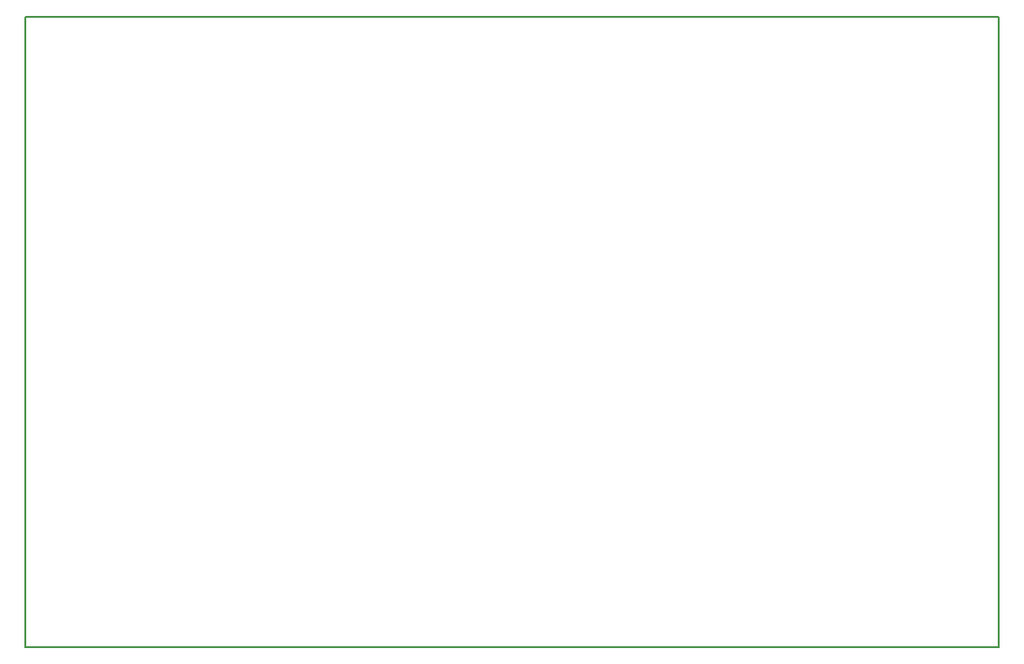
<source format=gbr>
G04 #@! TF.GenerationSoftware,KiCad,Pcbnew,(5.0.1-3-g963ef8bb5)*
G04 #@! TF.CreationDate,2019-07-05T13:12:53+05:30*
G04 #@! TF.ProjectId,8knobs-v2.1-orderworkshop,386B6E6F62732D76322E312D6F726465,rev?*
G04 #@! TF.SameCoordinates,Original*
G04 #@! TF.FileFunction,Profile,NP*
%FSLAX46Y46*%
G04 Gerber Fmt 4.6, Leading zero omitted, Abs format (unit mm)*
G04 Created by KiCad (PCBNEW (5.0.1-3-g963ef8bb5)) date 2019 July 05, Friday 13:12:53*
%MOMM*%
%LPD*%
G01*
G04 APERTURE LIST*
%ADD10C,0.150000*%
G04 APERTURE END LIST*
D10*
X110998000Y-69365000D02*
X110998000Y-126365000D01*
X198998000Y-126365000D02*
X110998000Y-126365000D01*
X198998000Y-69365000D02*
X198998000Y-126365000D01*
X110998000Y-69365000D02*
X198998000Y-69365000D01*
M02*

</source>
